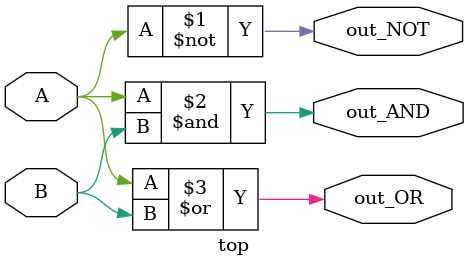
<source format=v>
/*
transistor_gates.v
Developed By: Derek Johnston @ Texas Tech University

Implement the fundamental logic gates using CMOS primitives.
*/
module top (
	input A, B,
	output out_NOT, out_AND, out_OR
);


    // NOT operation
    assign out_NOT = ~A;

    // AND operation
    assign out_AND = A & B;

    // OR operation
    assign out_OR = A | B;


// NOT GATE

// AND GATE

// OR GATE

endmodule
</source>
